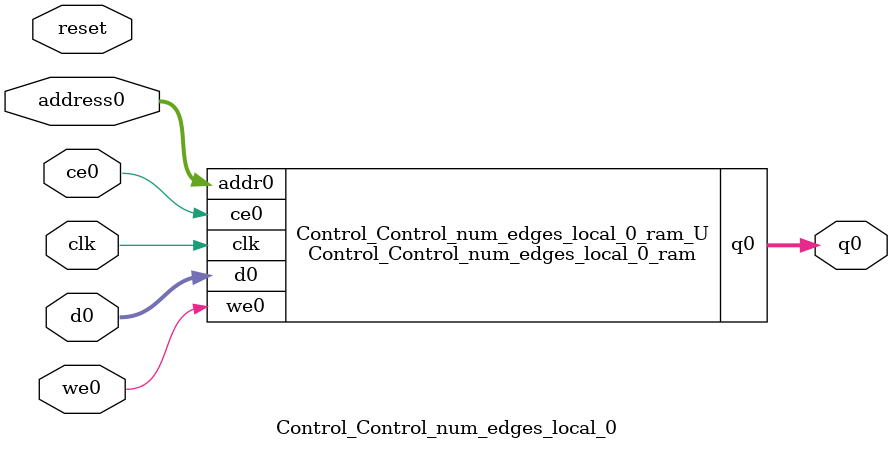
<source format=v>
`timescale 1 ns / 1 ps
module Control_Control_num_edges_local_0_ram (addr0, ce0, d0, we0, q0,  clk);

parameter DWIDTH = 32;
parameter AWIDTH = 11;
parameter MEM_SIZE = 2048;

input[AWIDTH-1:0] addr0;
input ce0;
input[DWIDTH-1:0] d0;
input we0;
output reg[DWIDTH-1:0] q0;
input clk;

(* ram_style = "block" *)reg [DWIDTH-1:0] ram[0:MEM_SIZE-1];




always @(posedge clk)  
begin 
    if (ce0) begin
        if (we0) 
            ram[addr0] <= d0; 
        q0 <= ram[addr0];
    end
end


endmodule

`timescale 1 ns / 1 ps
module Control_Control_num_edges_local_0(
    reset,
    clk,
    address0,
    ce0,
    we0,
    d0,
    q0);

parameter DataWidth = 32'd32;
parameter AddressRange = 32'd2048;
parameter AddressWidth = 32'd11;
input reset;
input clk;
input[AddressWidth - 1:0] address0;
input ce0;
input we0;
input[DataWidth - 1:0] d0;
output[DataWidth - 1:0] q0;



Control_Control_num_edges_local_0_ram Control_Control_num_edges_local_0_ram_U(
    .clk( clk ),
    .addr0( address0 ),
    .ce0( ce0 ),
    .we0( we0 ),
    .d0( d0 ),
    .q0( q0 ));

endmodule


</source>
